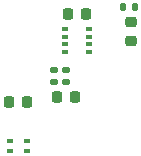
<source format=gbr>
%TF.GenerationSoftware,KiCad,Pcbnew,8.0.5-8.0.5-0~ubuntu22.04.1*%
%TF.CreationDate,2024-09-29T11:23:02+02:00*%
%TF.ProjectId,I2C_Module_SHT45_BME280_small_FUEL4EP,4932435f-4d6f-4647-956c-655f53485434,V1.5*%
%TF.SameCoordinates,Original*%
%TF.FileFunction,Paste,Top*%
%TF.FilePolarity,Positive*%
%FSLAX46Y46*%
G04 Gerber Fmt 4.6, Leading zero omitted, Abs format (unit mm)*
G04 Created by KiCad (PCBNEW 8.0.5-8.0.5-0~ubuntu22.04.1) date 2024-09-29 11:23:02*
%MOMM*%
%LPD*%
G01*
G04 APERTURE LIST*
G04 Aperture macros list*
%AMRoundRect*
0 Rectangle with rounded corners*
0 $1 Rounding radius*
0 $2 $3 $4 $5 $6 $7 $8 $9 X,Y pos of 4 corners*
0 Add a 4 corners polygon primitive as box body*
4,1,4,$2,$3,$4,$5,$6,$7,$8,$9,$2,$3,0*
0 Add four circle primitives for the rounded corners*
1,1,$1+$1,$2,$3*
1,1,$1+$1,$4,$5*
1,1,$1+$1,$6,$7*
1,1,$1+$1,$8,$9*
0 Add four rect primitives between the rounded corners*
20,1,$1+$1,$2,$3,$4,$5,0*
20,1,$1+$1,$4,$5,$6,$7,0*
20,1,$1+$1,$6,$7,$8,$9,0*
20,1,$1+$1,$8,$9,$2,$3,0*%
G04 Aperture macros list end*
%ADD10R,0.500000X0.300000*%
%ADD11RoundRect,0.225000X-0.250000X0.225000X-0.250000X-0.225000X0.250000X-0.225000X0.250000X0.225000X0*%
%ADD12RoundRect,0.147500X0.147500X0.172500X-0.147500X0.172500X-0.147500X-0.172500X0.147500X-0.172500X0*%
%ADD13R,0.500000X0.350000*%
%ADD14RoundRect,0.225000X-0.225000X-0.250000X0.225000X-0.250000X0.225000X0.250000X-0.225000X0.250000X0*%
%ADD15RoundRect,0.135000X-0.185000X0.135000X-0.185000X-0.135000X0.185000X-0.135000X0.185000X0.135000X0*%
%ADD16RoundRect,0.225000X0.225000X0.250000X-0.225000X0.250000X-0.225000X-0.250000X0.225000X-0.250000X0*%
G04 APERTURE END LIST*
D10*
%TO.C,U2*%
X2025000Y3725000D03*
X2025000Y2925000D03*
X3425000Y2925000D03*
X3425000Y3725000D03*
%TD*%
D11*
%TO.C,C1*%
X12247600Y13779800D03*
X12247600Y12229800D03*
%TD*%
D12*
%TO.C,FB1*%
X12529400Y15036800D03*
X11559400Y15036800D03*
%TD*%
D13*
%TO.C,U1*%
X8695800Y13217800D03*
X8695800Y12567800D03*
X8695800Y11917800D03*
X8695800Y11267800D03*
X6645800Y11267800D03*
X6645800Y11917800D03*
X6645800Y12567800D03*
X6645800Y13217800D03*
%TD*%
D14*
%TO.C,C3*%
X5935400Y7416800D03*
X7485400Y7416800D03*
%TD*%
D15*
%TO.C,R1*%
X5694400Y9704800D03*
X5694400Y8684800D03*
%TD*%
D16*
%TO.C,C4*%
X8445800Y14478000D03*
X6895800Y14478000D03*
%TD*%
D15*
%TO.C,R2*%
X6761200Y9704800D03*
X6761200Y8684800D03*
%TD*%
D14*
%TO.C,C2*%
X1875000Y7000000D03*
X3425000Y7000000D03*
%TD*%
M02*

</source>
